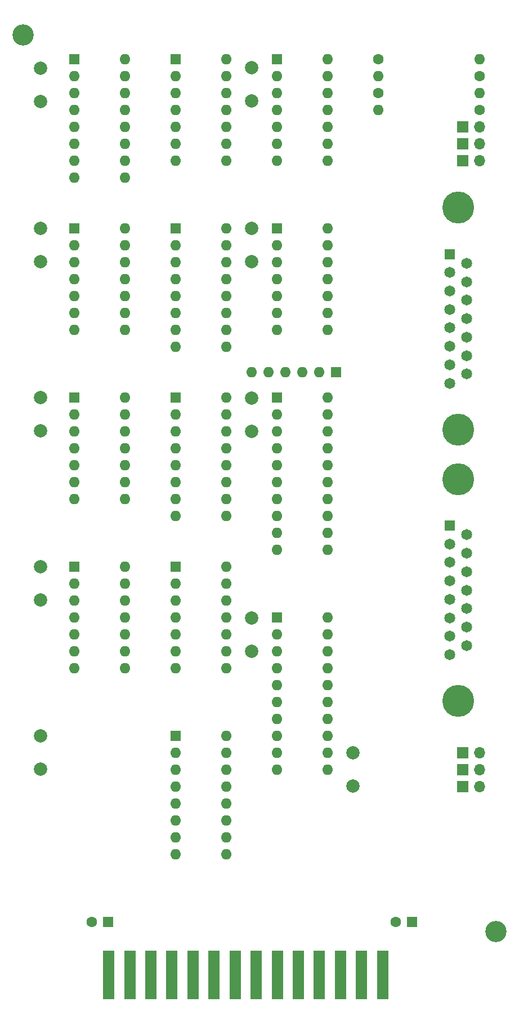
<source format=gbs>
%TF.GenerationSoftware,KiCad,Pcbnew,(6.0.0)*%
%TF.CreationDate,2022-03-14T15:32:50-04:00*%
%TF.ProjectId,Northstar PIO,4e6f7274-6873-4746-9172-2050494f2e6b,rev?*%
%TF.SameCoordinates,Original*%
%TF.FileFunction,Soldermask,Bot*%
%TF.FilePolarity,Negative*%
%FSLAX46Y46*%
G04 Gerber Fmt 4.6, Leading zero omitted, Abs format (unit mm)*
G04 Created by KiCad (PCBNEW (6.0.0)) date 2022-03-14 15:32:50*
%MOMM*%
%LPD*%
G01*
G04 APERTURE LIST*
%ADD10R,1.650000X1.650000*%
%ADD11C,1.650000*%
%ADD12C,4.800000*%
%ADD13C,3.200000*%
%ADD14R,1.600000X1.600000*%
%ADD15O,1.600000X1.600000*%
%ADD16C,2.000000*%
%ADD17R,1.700000X1.700000*%
%ADD18O,1.700000X1.700000*%
%ADD19R,1.700000X7.400000*%
%ADD20C,1.600000*%
G04 APERTURE END LIST*
D10*
%TO.C,P1*%
X145088642Y-103935486D03*
D11*
X145088642Y-106705486D03*
X145088642Y-109475486D03*
X145088642Y-112245486D03*
X145088642Y-115015486D03*
X145088642Y-117785486D03*
X145088642Y-120555486D03*
X145088642Y-123325486D03*
X147628642Y-105320486D03*
X147628642Y-108090486D03*
X147628642Y-110860486D03*
X147628642Y-113630486D03*
X147628642Y-116400486D03*
X147628642Y-119170486D03*
X147628642Y-121940486D03*
D12*
X146358642Y-96970486D03*
X146358642Y-130290486D03*
%TD*%
D10*
%TO.C,P2*%
X145088642Y-63173286D03*
D11*
X145088642Y-65943286D03*
X145088642Y-68713286D03*
X145088642Y-71483286D03*
X145088642Y-74253286D03*
X145088642Y-77023286D03*
X145088642Y-79793286D03*
X145088642Y-82563286D03*
X147628642Y-64558286D03*
X147628642Y-67328286D03*
X147628642Y-70098286D03*
X147628642Y-72868286D03*
X147628642Y-75638286D03*
X147628642Y-78408286D03*
X147628642Y-81178286D03*
D12*
X146358642Y-56208286D03*
X146358642Y-89528286D03*
%TD*%
D13*
%TO.C,REF\u002A\u002A*%
X152015373Y-164865486D03*
%TD*%
D14*
%TO.C,U2C1*%
X103875373Y-84735486D03*
D15*
X103875373Y-87275486D03*
X103875373Y-89815486D03*
X103875373Y-92355486D03*
X103875373Y-94895486D03*
X103875373Y-97435486D03*
X103875373Y-99975486D03*
X103875373Y-102515486D03*
X111495373Y-102515486D03*
X111495373Y-99975486D03*
X111495373Y-97435486D03*
X111495373Y-94895486D03*
X111495373Y-92355486D03*
X111495373Y-89815486D03*
X111495373Y-87275486D03*
X111495373Y-84735486D03*
%TD*%
D14*
%TO.C,U3D1*%
X119115373Y-117755486D03*
D15*
X119115373Y-120295486D03*
X119115373Y-122835486D03*
X119115373Y-125375486D03*
X119115373Y-127915486D03*
X119115373Y-130455486D03*
X119115373Y-132995486D03*
X119115373Y-135535486D03*
X119115373Y-138075486D03*
X119115373Y-140615486D03*
X126735373Y-140615486D03*
X126735373Y-138075486D03*
X126735373Y-135535486D03*
X126735373Y-132995486D03*
X126735373Y-130455486D03*
X126735373Y-127915486D03*
X126735373Y-125375486D03*
X126735373Y-122835486D03*
X126735373Y-120295486D03*
X126735373Y-117755486D03*
%TD*%
D14*
%TO.C,U1D1*%
X88635373Y-110135486D03*
D15*
X88635373Y-112675486D03*
X88635373Y-115215486D03*
X88635373Y-117755486D03*
X88635373Y-120295486D03*
X88635373Y-122835486D03*
X88635373Y-125375486D03*
X96255373Y-125375486D03*
X96255373Y-122835486D03*
X96255373Y-120295486D03*
X96255373Y-117755486D03*
X96255373Y-115215486D03*
X96255373Y-112675486D03*
X96255373Y-110135486D03*
%TD*%
D14*
%TO.C,U3C1*%
X119115373Y-84735486D03*
D15*
X119115373Y-87275486D03*
X119115373Y-89815486D03*
X119115373Y-92355486D03*
X119115373Y-94895486D03*
X119115373Y-97435486D03*
X119115373Y-99975486D03*
X119115373Y-102515486D03*
X119115373Y-105055486D03*
X119115373Y-107595486D03*
X126735373Y-107595486D03*
X126735373Y-105055486D03*
X126735373Y-102515486D03*
X126735373Y-99975486D03*
X126735373Y-97435486D03*
X126735373Y-94895486D03*
X126735373Y-92355486D03*
X126735373Y-89815486D03*
X126735373Y-87275486D03*
X126735373Y-84735486D03*
%TD*%
D14*
%TO.C,U2A1*%
X103875373Y-33935486D03*
D15*
X103875373Y-36475486D03*
X103875373Y-39015486D03*
X103875373Y-41555486D03*
X103875373Y-44095486D03*
X103875373Y-46635486D03*
X103875373Y-49175486D03*
X111495373Y-49175486D03*
X111495373Y-46635486D03*
X111495373Y-44095486D03*
X111495373Y-41555486D03*
X111495373Y-39015486D03*
X111495373Y-36475486D03*
X111495373Y-33935486D03*
%TD*%
D16*
%TO.C,C11*%
X83555373Y-135535486D03*
X83555373Y-140535486D03*
%TD*%
D17*
%TO.C,J4*%
X147055373Y-138075486D03*
D18*
X149595373Y-138075486D03*
%TD*%
D16*
%TO.C,C10*%
X115305373Y-117795486D03*
X115305373Y-122795486D03*
%TD*%
D13*
%TO.C,REF\u002A\u002A*%
X80885373Y-30255486D03*
%TD*%
D16*
%TO.C,C4*%
X115305373Y-35205486D03*
X115305373Y-40205486D03*
%TD*%
%TO.C,C6*%
X115305373Y-59335486D03*
X115305373Y-64335486D03*
%TD*%
D14*
%TO.C,U2B1*%
X103875373Y-59335486D03*
D15*
X103875373Y-61875486D03*
X103875373Y-64415486D03*
X103875373Y-66955486D03*
X103875373Y-69495486D03*
X103875373Y-72035486D03*
X103875373Y-74575486D03*
X103875373Y-77115486D03*
X111495373Y-77115486D03*
X111495373Y-74575486D03*
X111495373Y-72035486D03*
X111495373Y-69495486D03*
X111495373Y-66955486D03*
X111495373Y-64415486D03*
X111495373Y-61875486D03*
X111495373Y-59335486D03*
%TD*%
D14*
%TO.C,U3A1*%
X119115373Y-33935486D03*
D15*
X119115373Y-36475486D03*
X119115373Y-39015486D03*
X119115373Y-41555486D03*
X119115373Y-44095486D03*
X119115373Y-46635486D03*
X119115373Y-49175486D03*
X126735373Y-49175486D03*
X126735373Y-46635486D03*
X126735373Y-44095486D03*
X126735373Y-41555486D03*
X126735373Y-39015486D03*
X126735373Y-36475486D03*
X126735373Y-33935486D03*
%TD*%
D14*
%TO.C,J1A1*%
X88635373Y-33935486D03*
D15*
X88635373Y-36475486D03*
X88635373Y-39015486D03*
X88635373Y-41555486D03*
X88635373Y-44095486D03*
X88635373Y-46635486D03*
X88635373Y-49175486D03*
X88635373Y-51715486D03*
X96255373Y-51715486D03*
X96255373Y-49175486D03*
X96255373Y-46635486D03*
X96255373Y-44095486D03*
X96255373Y-41555486D03*
X96255373Y-39015486D03*
X96255373Y-36475486D03*
X96255373Y-33935486D03*
%TD*%
D14*
%TO.C,RN1*%
X128005373Y-80925486D03*
D15*
X125465373Y-80925486D03*
X122925373Y-80925486D03*
X120385373Y-80925486D03*
X117845373Y-80925486D03*
X115305373Y-80925486D03*
%TD*%
D16*
%TO.C,C8*%
X115305373Y-84775486D03*
X115305373Y-89775486D03*
%TD*%
D19*
%TO.C,J7*%
X134969773Y-171415486D03*
X131800973Y-171415486D03*
X128632073Y-171415486D03*
X125463173Y-171415486D03*
X122294273Y-171415486D03*
X119125373Y-171415486D03*
X115956473Y-171415486D03*
X112787573Y-171415486D03*
X109618673Y-171415486D03*
X106449773Y-171415486D03*
X103280973Y-171415486D03*
X100112073Y-171415486D03*
X96943153Y-171415486D03*
X93774263Y-171415486D03*
%TD*%
D16*
%TO.C,C3*%
X83555373Y-35245486D03*
X83555373Y-40245486D03*
%TD*%
%TO.C,C7*%
X83555373Y-84735486D03*
X83555373Y-89735486D03*
%TD*%
%TO.C,C12*%
X130545373Y-138075486D03*
X130545373Y-143075486D03*
%TD*%
D20*
%TO.C,R4*%
X149595373Y-41555486D03*
D15*
X134355373Y-41555486D03*
%TD*%
D20*
%TO.C,R2*%
X149595373Y-36475486D03*
D15*
X134355373Y-36475486D03*
%TD*%
D17*
%TO.C,J5*%
X147055373Y-140615486D03*
D18*
X149595373Y-140615486D03*
%TD*%
D14*
%TO.C,U2D1*%
X103875373Y-110135486D03*
D15*
X103875373Y-112675486D03*
X103875373Y-115215486D03*
X103875373Y-117755486D03*
X103875373Y-120295486D03*
X103875373Y-122835486D03*
X103875373Y-125375486D03*
X111495373Y-125375486D03*
X111495373Y-122835486D03*
X111495373Y-120295486D03*
X111495373Y-117755486D03*
X111495373Y-115215486D03*
X111495373Y-112675486D03*
X111495373Y-110135486D03*
%TD*%
D16*
%TO.C,C9*%
X83555373Y-110135486D03*
X83555373Y-115135486D03*
%TD*%
D20*
%TO.C,R3*%
X134355373Y-39015486D03*
D15*
X149595373Y-39015486D03*
%TD*%
D14*
%TO.C,U1B1*%
X88635373Y-59335486D03*
D15*
X88635373Y-61875486D03*
X88635373Y-64415486D03*
X88635373Y-66955486D03*
X88635373Y-69495486D03*
X88635373Y-72035486D03*
X88635373Y-74575486D03*
X96255373Y-74575486D03*
X96255373Y-72035486D03*
X96255373Y-69495486D03*
X96255373Y-66955486D03*
X96255373Y-64415486D03*
X96255373Y-61875486D03*
X96255373Y-59335486D03*
%TD*%
D14*
%TO.C,U1C1*%
X88635373Y-84735486D03*
D15*
X88635373Y-87275486D03*
X88635373Y-89815486D03*
X88635373Y-92355486D03*
X88635373Y-94895486D03*
X88635373Y-97435486D03*
X88635373Y-99975486D03*
X96255373Y-99975486D03*
X96255373Y-97435486D03*
X96255373Y-94895486D03*
X96255373Y-92355486D03*
X96255373Y-89815486D03*
X96255373Y-87275486D03*
X96255373Y-84735486D03*
%TD*%
D14*
%TO.C,U2E1*%
X103875373Y-135535486D03*
D15*
X103875373Y-138075486D03*
X103875373Y-140615486D03*
X103875373Y-143155486D03*
X103875373Y-145695486D03*
X103875373Y-148235486D03*
X103875373Y-150775486D03*
X103875373Y-153315486D03*
X111495373Y-153315486D03*
X111495373Y-150775486D03*
X111495373Y-148235486D03*
X111495373Y-145695486D03*
X111495373Y-143155486D03*
X111495373Y-140615486D03*
X111495373Y-138075486D03*
X111495373Y-135535486D03*
%TD*%
D16*
%TO.C,C5*%
X83555373Y-59335486D03*
X83555373Y-64335486D03*
%TD*%
D17*
%TO.C,J2*%
X147055373Y-46635486D03*
D18*
X149595373Y-46635486D03*
%TD*%
D14*
%TO.C,C2*%
X93715373Y-163475486D03*
D20*
X91215373Y-163475486D03*
%TD*%
D17*
%TO.C,J3*%
X147055373Y-49175486D03*
D18*
X149595373Y-49175486D03*
%TD*%
D14*
%TO.C,U3B1*%
X119115373Y-59335486D03*
D15*
X119115373Y-61875486D03*
X119115373Y-64415486D03*
X119115373Y-66955486D03*
X119115373Y-69495486D03*
X119115373Y-72035486D03*
X119115373Y-74575486D03*
X126735373Y-74575486D03*
X126735373Y-72035486D03*
X126735373Y-69495486D03*
X126735373Y-66955486D03*
X126735373Y-64415486D03*
X126735373Y-61875486D03*
X126735373Y-59335486D03*
%TD*%
D20*
%TO.C,R1*%
X134355373Y-33935486D03*
D15*
X149595373Y-33935486D03*
%TD*%
D14*
%TO.C,C1*%
X139435373Y-163475486D03*
D20*
X136935373Y-163475486D03*
%TD*%
D17*
%TO.C,J6*%
X147055373Y-143155486D03*
D18*
X149595373Y-143155486D03*
%TD*%
D17*
%TO.C,J1*%
X147055373Y-44095486D03*
D18*
X149595373Y-44095486D03*
%TD*%
M02*

</source>
